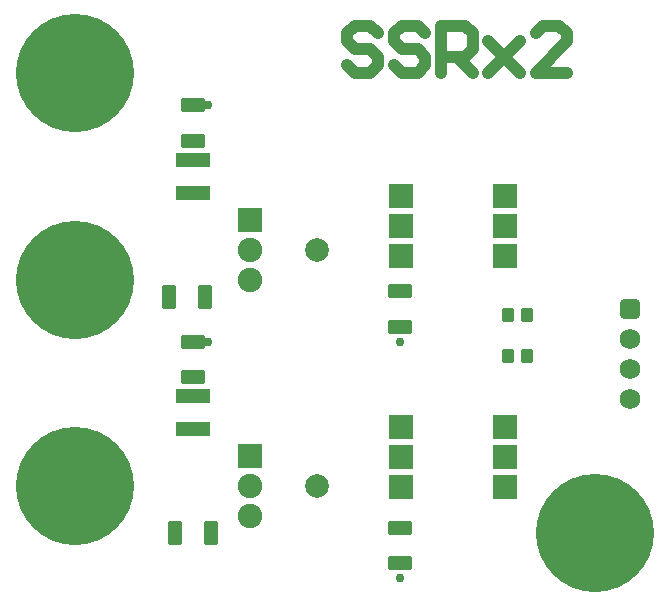
<source format=gbr>
G04*
G04 #@! TF.GenerationSoftware,Altium Limited,Altium Designer,22.4.2 (48)*
G04*
G04 Layer_Color=8388736*
%FSLAX44Y44*%
%MOMM*%
G71*
G04*
G04 #@! TF.SameCoordinates,E380B31E-87FB-4700-A3A7-B4C86E81BE80*
G04*
G04*
G04 #@! TF.FilePolarity,Negative*
G04*
G01*
G75*
%ADD12C,1.0000*%
G04:AMPARAMS|DCode=13|XSize=2mm|YSize=1.25mm|CornerRadius=0.163mm|HoleSize=0mm|Usage=FLASHONLY|Rotation=90.000|XOffset=0mm|YOffset=0mm|HoleType=Round|Shape=RoundedRectangle|*
%AMROUNDEDRECTD13*
21,1,2.0000,0.9240,0,0,90.0*
21,1,1.6740,1.2500,0,0,90.0*
1,1,0.3260,0.4620,0.8370*
1,1,0.3260,0.4620,-0.8370*
1,1,0.3260,-0.4620,-0.8370*
1,1,0.3260,-0.4620,0.8370*
%
%ADD13ROUNDEDRECTD13*%
%ADD14R,2.8700X1.1700*%
G04:AMPARAMS|DCode=15|XSize=2mm|YSize=1.25mm|CornerRadius=0.163mm|HoleSize=0mm|Usage=FLASHONLY|Rotation=180.000|XOffset=0mm|YOffset=0mm|HoleType=Round|Shape=RoundedRectangle|*
%AMROUNDEDRECTD15*
21,1,2.0000,0.9240,0,0,180.0*
21,1,1.6740,1.2500,0,0,180.0*
1,1,0.3260,-0.8370,0.4620*
1,1,0.3260,0.8370,0.4620*
1,1,0.3260,0.8370,-0.4620*
1,1,0.3260,-0.8370,-0.4620*
%
%ADD15ROUNDEDRECTD15*%
%ADD16R,2.0000X2.0000*%
G04:AMPARAMS|DCode=17|XSize=1.15mm|YSize=1.1mm|CornerRadius=0.163mm|HoleSize=0mm|Usage=FLASHONLY|Rotation=90.000|XOffset=0mm|YOffset=0mm|HoleType=Round|Shape=RoundedRectangle|*
%AMROUNDEDRECTD17*
21,1,1.1500,0.7740,0,0,90.0*
21,1,0.8240,1.1000,0,0,90.0*
1,1,0.3260,0.3870,0.4120*
1,1,0.3260,0.3870,-0.4120*
1,1,0.3260,-0.3870,-0.4120*
1,1,0.3260,-0.3870,0.4120*
%
%ADD17ROUNDEDRECTD17*%
%ADD18C,2.0000*%
%ADD19C,10.0000*%
%ADD20R,2.0700X2.0700*%
%ADD21C,2.0700*%
%ADD22C,1.7500*%
G04:AMPARAMS|DCode=23|XSize=1.75mm|YSize=1.75mm|CornerRadius=0.475mm|HoleSize=0mm|Usage=FLASHONLY|Rotation=270.000|XOffset=0mm|YOffset=0mm|HoleType=Round|Shape=RoundedRectangle|*
%AMROUNDEDRECTD23*
21,1,1.7500,0.8000,0,0,270.0*
21,1,0.8000,1.7500,0,0,270.0*
1,1,0.9500,-0.4000,-0.4000*
1,1,0.9500,-0.4000,0.4000*
1,1,0.9500,0.4000,0.4000*
1,1,0.9500,0.4000,-0.4000*
%
%ADD23ROUNDEDRECTD23*%
%ADD24C,0.7500*%
D12*
X356658Y483323D02*
X349994Y489987D01*
X336665D01*
X330000Y483323D01*
Y476658D01*
X336665Y469994D01*
X349994D01*
X356658Y463329D01*
Y456665D01*
X349994Y450000D01*
X336665D01*
X330000Y456665D01*
X396645Y483323D02*
X389981Y489987D01*
X376651D01*
X369987Y483323D01*
Y476658D01*
X376651Y469994D01*
X389981D01*
X396645Y463329D01*
Y456665D01*
X389981Y450000D01*
X376651D01*
X369987Y456665D01*
X409974Y450000D02*
Y489987D01*
X429968D01*
X436632Y483323D01*
Y469994D01*
X429968Y463329D01*
X409974D01*
X423303D02*
X436632Y450000D01*
X449961Y476658D02*
X476619Y450000D01*
X463290Y463329D01*
X476619Y476658D01*
X449961Y450000D01*
X516606D02*
X489948D01*
X516606Y476658D01*
Y483323D01*
X509942Y489987D01*
X496613D01*
X489948Y483323D01*
D13*
X184950Y60000D02*
D03*
X214950D02*
D03*
X179950Y260000D02*
D03*
X209950D02*
D03*
D14*
X200000Y148500D02*
D03*
Y176500D02*
D03*
Y348500D02*
D03*
Y376500D02*
D03*
D15*
Y192450D02*
D03*
Y222450D02*
D03*
Y392450D02*
D03*
Y422450D02*
D03*
X375000Y234950D02*
D03*
Y264950D02*
D03*
Y34950D02*
D03*
Y64950D02*
D03*
D16*
X376000Y294600D02*
D03*
Y320000D02*
D03*
Y345400D02*
D03*
X464000D02*
D03*
Y320000D02*
D03*
Y294600D02*
D03*
X376000Y99600D02*
D03*
Y125000D02*
D03*
Y150400D02*
D03*
X464000D02*
D03*
Y125000D02*
D03*
Y99600D02*
D03*
D17*
X467000Y245000D02*
D03*
X483000D02*
D03*
X467000Y210000D02*
D03*
X483000D02*
D03*
D18*
X305000Y100000D02*
D03*
X305000Y300000D02*
D03*
D19*
X540000Y60000D02*
D03*
X100000Y450000D02*
D03*
Y275000D02*
D03*
Y100000D02*
D03*
D20*
X247850Y325400D02*
D03*
X247850Y125400D02*
D03*
D21*
X247850Y300000D02*
D03*
Y274600D02*
D03*
X247850Y100000D02*
D03*
Y74600D02*
D03*
D22*
X570000Y174200D02*
D03*
Y199600D02*
D03*
Y225000D02*
D03*
D23*
Y250400D02*
D03*
D24*
X212450Y422450D02*
D03*
Y222450D02*
D03*
X375000Y22500D02*
D03*
Y222500D02*
D03*
M02*

</source>
